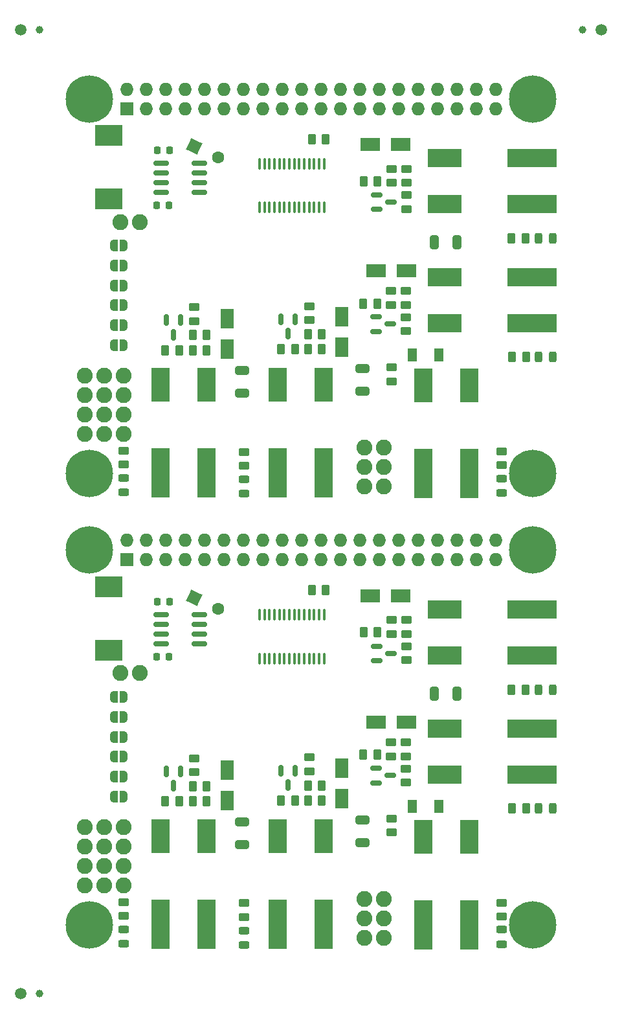
<source format=gts>
G04 #@! TF.GenerationSoftware,KiCad,Pcbnew,6.0.7+dfsg-1+b1*
G04 #@! TF.CreationDate,2022-09-08T22:48:16+01:00*
G04 #@! TF.ProjectId,panel,70616e65-6c2e-46b6-9963-61645f706362,rev?*
G04 #@! TF.SameCoordinates,Original*
G04 #@! TF.FileFunction,Soldermask,Top*
G04 #@! TF.FilePolarity,Negative*
%FSLAX46Y46*%
G04 Gerber Fmt 4.6, Leading zero omitted, Abs format (unit mm)*
G04 Created by KiCad (PCBNEW 6.0.7+dfsg-1+b1) date 2022-09-08 22:48:16*
%MOMM*%
%LPD*%
G01*
G04 APERTURE LIST*
G04 Aperture macros list*
%AMRoundRect*
0 Rectangle with rounded corners*
0 $1 Rounding radius*
0 $2 $3 $4 $5 $6 $7 $8 $9 X,Y pos of 4 corners*
0 Add a 4 corners polygon primitive as box body*
4,1,4,$2,$3,$4,$5,$6,$7,$8,$9,$2,$3,0*
0 Add four circle primitives for the rounded corners*
1,1,$1+$1,$2,$3*
1,1,$1+$1,$4,$5*
1,1,$1+$1,$6,$7*
1,1,$1+$1,$8,$9*
0 Add four rect primitives between the rounded corners*
20,1,$1+$1,$2,$3,$4,$5,0*
20,1,$1+$1,$4,$5,$6,$7,0*
20,1,$1+$1,$6,$7,$8,$9,0*
20,1,$1+$1,$8,$9,$2,$3,0*%
%AMRotRect*
0 Rectangle, with rotation*
0 The origin of the aperture is its center*
0 $1 length*
0 $2 width*
0 $3 Rotation angle, in degrees counterclockwise*
0 Add horizontal line*
21,1,$1,$2,0,0,$3*%
%AMFreePoly0*
4,1,22,0.500000,-0.750000,0.000000,-0.750000,0.000000,-0.745033,-0.079941,-0.743568,-0.215256,-0.701293,-0.333266,-0.622738,-0.424486,-0.514219,-0.481581,-0.384460,-0.499164,-0.250000,-0.500000,-0.250000,-0.500000,0.250000,-0.499164,0.250000,-0.499963,0.256109,-0.478152,0.396186,-0.417904,0.524511,-0.324060,0.630769,-0.204165,0.706417,-0.067858,0.745374,0.000000,0.744959,0.000000,0.750000,
0.500000,0.750000,0.500000,-0.750000,0.500000,-0.750000,$1*%
%AMFreePoly1*
4,1,20,0.000000,0.744959,0.073905,0.744508,0.209726,0.703889,0.328688,0.626782,0.421226,0.519385,0.479903,0.390333,0.500000,0.250000,0.500000,-0.250000,0.499851,-0.262216,0.476331,-0.402017,0.414519,-0.529596,0.319384,-0.634700,0.198574,-0.708877,0.061801,-0.746166,0.000000,-0.745033,0.000000,-0.750000,-0.500000,-0.750000,-0.500000,0.750000,0.000000,0.750000,0.000000,0.744959,
0.000000,0.744959,$1*%
G04 Aperture macros list end*
%ADD10RoundRect,0.250000X-0.262500X-0.450000X0.262500X-0.450000X0.262500X0.450000X-0.262500X0.450000X0*%
%ADD11C,1.500000*%
%ADD12R,2.500000X1.800000*%
%ADD13RoundRect,0.250000X0.262500X0.450000X-0.262500X0.450000X-0.262500X-0.450000X0.262500X-0.450000X0*%
%ADD14C,6.200000*%
%ADD15FreePoly0,0.000000*%
%ADD16FreePoly1,0.000000*%
%ADD17RoundRect,0.243750X0.243750X0.456250X-0.243750X0.456250X-0.243750X-0.456250X0.243750X-0.456250X0*%
%ADD18RoundRect,0.250000X0.450000X-0.262500X0.450000X0.262500X-0.450000X0.262500X-0.450000X-0.262500X0*%
%ADD19C,1.000000*%
%ADD20R,1.800000X2.500000*%
%ADD21RoundRect,0.243750X0.456250X-0.243750X0.456250X0.243750X-0.456250X0.243750X-0.456250X-0.243750X0*%
%ADD22C,2.082800*%
%ADD23R,2.387600X6.502400*%
%ADD24R,2.387600X4.495800*%
%ADD25R,3.600000X2.700000*%
%ADD26R,6.502400X2.387600*%
%ADD27R,4.495800X2.387600*%
%ADD28RoundRect,0.225000X-0.225000X-0.250000X0.225000X-0.250000X0.225000X0.250000X-0.225000X0.250000X0*%
%ADD29RoundRect,0.250000X-0.325000X-0.650000X0.325000X-0.650000X0.325000X0.650000X-0.325000X0.650000X0*%
%ADD30RoundRect,0.150000X-0.587500X-0.150000X0.587500X-0.150000X0.587500X0.150000X-0.587500X0.150000X0*%
%ADD31RoundRect,0.250000X-0.650000X0.325000X-0.650000X-0.325000X0.650000X-0.325000X0.650000X0.325000X0*%
%ADD32R,1.727200X1.727200*%
%ADD33O,1.727200X1.727200*%
%ADD34RoundRect,0.150000X-0.150000X0.587500X-0.150000X-0.587500X0.150000X-0.587500X0.150000X0.587500X0*%
%ADD35RoundRect,0.250000X-0.450000X0.262500X-0.450000X-0.262500X0.450000X-0.262500X0.450000X0.262500X0*%
%ADD36RoundRect,0.100000X0.100000X-0.637500X0.100000X0.637500X-0.100000X0.637500X-0.100000X-0.637500X0*%
%ADD37RoundRect,0.150000X-0.825000X-0.150000X0.825000X-0.150000X0.825000X0.150000X-0.825000X0.150000X0*%
%ADD38R,1.300000X1.700000*%
%ADD39RotRect,1.600000X1.600000X335.000000*%
%ADD40C,1.600000*%
G04 APERTURE END LIST*
D10*
X40037500Y-59350000D03*
X41862500Y-59350000D03*
D11*
X17500000Y-143500000D03*
D12*
X64000000Y-108000000D03*
X68000000Y-108000000D03*
D13*
X56912500Y-57250000D03*
X55087500Y-57250000D03*
X41862500Y-57350000D03*
X40037500Y-57350000D03*
D14*
X84500000Y-26500000D03*
D15*
X29700000Y-117700000D03*
D16*
X31000000Y-117700000D03*
D17*
X87137500Y-60250000D03*
X85262500Y-60250000D03*
D12*
X63250000Y-91450000D03*
X67250000Y-91450000D03*
D11*
X17500000Y-17500000D03*
X93500000Y-17500000D03*
D18*
X67900000Y-53437500D03*
X67900000Y-51612500D03*
X66000000Y-122412500D03*
X66000000Y-120587500D03*
D19*
X20000000Y-17500000D03*
D18*
X67900000Y-115862500D03*
X67900000Y-114037500D03*
D20*
X44500000Y-55250000D03*
X44500000Y-59250000D03*
D18*
X55250000Y-114412500D03*
X55250000Y-112587500D03*
D21*
X31000000Y-136937500D03*
X31000000Y-135062500D03*
D22*
X64999379Y-77206800D03*
X62459379Y-77206800D03*
X64999379Y-74666800D03*
X62459379Y-74666800D03*
X64999379Y-72126800D03*
X62459379Y-72126800D03*
D18*
X67900000Y-56862500D03*
X67900000Y-55037500D03*
D23*
X70199998Y-75443448D03*
X76200002Y-75443448D03*
D24*
X70199998Y-63943450D03*
X76200002Y-63943450D03*
D17*
X87137500Y-119250000D03*
X85262500Y-119250000D03*
D25*
X29000000Y-98550000D03*
X29000000Y-90250000D03*
D13*
X83612500Y-60250000D03*
X81787500Y-60250000D03*
D26*
X84443448Y-114800002D03*
X84443448Y-108799998D03*
D27*
X72943450Y-114800002D03*
X72943450Y-108799998D03*
D28*
X35325000Y-40400000D03*
X36875000Y-40400000D03*
D29*
X71625000Y-45250000D03*
X74575000Y-45250000D03*
D30*
X64062500Y-39050000D03*
X64062500Y-40950000D03*
X65937500Y-40000000D03*
D10*
X36424472Y-118345799D03*
X38249472Y-118345799D03*
D18*
X31000000Y-133312500D03*
X31000000Y-131487500D03*
D10*
X55087500Y-59250000D03*
X56912500Y-59250000D03*
D17*
X87087500Y-103750000D03*
X85212500Y-103750000D03*
D31*
X46500000Y-62025000D03*
X46500000Y-64975000D03*
D18*
X68000000Y-37462500D03*
X68000000Y-35637500D03*
D10*
X36424472Y-59345799D03*
X38249472Y-59345799D03*
D15*
X29700000Y-50900000D03*
D16*
X31000000Y-50900000D03*
D30*
X64012500Y-114000000D03*
X64012500Y-115900000D03*
X65887500Y-114950000D03*
D15*
X29700000Y-58700000D03*
D16*
X31000000Y-58700000D03*
D15*
X29700000Y-104700000D03*
D16*
X31000000Y-104700000D03*
D32*
X31370000Y-27770000D03*
D33*
X31370000Y-25230000D03*
X33910000Y-27770000D03*
X33910000Y-25230000D03*
X36450000Y-27770000D03*
X36450000Y-25230000D03*
X38990000Y-27770000D03*
X38990000Y-25230000D03*
X41530000Y-27770000D03*
X41530000Y-25230000D03*
X44070000Y-27770000D03*
X44070000Y-25230000D03*
X46610000Y-27770000D03*
X46610000Y-25230000D03*
X49150000Y-27770000D03*
X49150000Y-25230000D03*
X51690000Y-27770000D03*
X51690000Y-25230000D03*
X54230000Y-27770000D03*
X54230000Y-25230000D03*
X56770000Y-27770000D03*
X56770000Y-25230000D03*
X59310000Y-27770000D03*
X59310000Y-25230000D03*
X61850000Y-27770000D03*
X61850000Y-25230000D03*
X64390000Y-27770000D03*
X64390000Y-25230000D03*
X66930000Y-27770000D03*
X66930000Y-25230000D03*
X69470000Y-27770000D03*
X69470000Y-25230000D03*
X72010000Y-27770000D03*
X72010000Y-25230000D03*
X74550000Y-27770000D03*
X74550000Y-25230000D03*
X77090000Y-27770000D03*
X77090000Y-25230000D03*
X79630000Y-27770000D03*
X79630000Y-25230000D03*
D18*
X40225000Y-55537500D03*
X40225000Y-53712500D03*
D13*
X64137500Y-112250000D03*
X62312500Y-112250000D03*
D17*
X87087500Y-44750000D03*
X85212500Y-44750000D03*
D26*
X84443448Y-99250002D03*
X84443448Y-93249998D03*
D27*
X72943450Y-99250002D03*
X72943450Y-93249998D03*
D14*
X84500000Y-75500000D03*
D10*
X55087500Y-118250000D03*
X56912500Y-118250000D03*
D23*
X35799998Y-134393448D03*
X41800002Y-134393448D03*
D24*
X35799998Y-122893450D03*
X41800002Y-122893450D03*
D13*
X83612500Y-119250000D03*
X81787500Y-119250000D03*
D34*
X53450000Y-114312500D03*
X51550000Y-114312500D03*
X52500000Y-116187500D03*
D35*
X66025000Y-35637500D03*
X66025000Y-37462500D03*
D36*
X48750000Y-99687500D03*
X49400000Y-99687500D03*
X50050000Y-99687500D03*
X50700000Y-99687500D03*
X51350000Y-99687500D03*
X52000000Y-99687500D03*
X52650000Y-99687500D03*
X53300000Y-99687500D03*
X53950000Y-99687500D03*
X54600000Y-99687500D03*
X55250000Y-99687500D03*
X55900000Y-99687500D03*
X56550000Y-99687500D03*
X57200000Y-99687500D03*
X57200000Y-93962500D03*
X56550000Y-93962500D03*
X55900000Y-93962500D03*
X55250000Y-93962500D03*
X54600000Y-93962500D03*
X53950000Y-93962500D03*
X53300000Y-93962500D03*
X52650000Y-93962500D03*
X52000000Y-93962500D03*
X51350000Y-93962500D03*
X50700000Y-93962500D03*
X50050000Y-93962500D03*
X49400000Y-93962500D03*
X48750000Y-93962500D03*
D10*
X51587500Y-59250000D03*
X53412500Y-59250000D03*
D22*
X33140000Y-42590000D03*
X30600000Y-42590000D03*
D18*
X68000000Y-96462500D03*
X68000000Y-94637500D03*
D13*
X57412500Y-90750000D03*
X55587500Y-90750000D03*
D35*
X65925000Y-110612500D03*
X65925000Y-112437500D03*
D30*
X64012500Y-55000000D03*
X64012500Y-56900000D03*
X65887500Y-55950000D03*
D23*
X70199998Y-134443448D03*
X76200002Y-134443448D03*
D24*
X70199998Y-122943450D03*
X76200002Y-122943450D03*
D35*
X66025000Y-94637500D03*
X66025000Y-96462500D03*
D20*
X59500000Y-114000000D03*
X59500000Y-118000000D03*
D10*
X51587500Y-118250000D03*
X53412500Y-118250000D03*
D13*
X64212500Y-96250000D03*
X62387500Y-96250000D03*
D32*
X31370000Y-86770000D03*
D33*
X31370000Y-84230000D03*
X33910000Y-86770000D03*
X33910000Y-84230000D03*
X36450000Y-86770000D03*
X36450000Y-84230000D03*
X38990000Y-86770000D03*
X38990000Y-84230000D03*
X41530000Y-86770000D03*
X41530000Y-84230000D03*
X44070000Y-86770000D03*
X44070000Y-84230000D03*
X46610000Y-86770000D03*
X46610000Y-84230000D03*
X49150000Y-86770000D03*
X49150000Y-84230000D03*
X51690000Y-86770000D03*
X51690000Y-84230000D03*
X54230000Y-86770000D03*
X54230000Y-84230000D03*
X56770000Y-86770000D03*
X56770000Y-84230000D03*
X59310000Y-86770000D03*
X59310000Y-84230000D03*
X61850000Y-86770000D03*
X61850000Y-84230000D03*
X64390000Y-86770000D03*
X64390000Y-84230000D03*
X66930000Y-86770000D03*
X66930000Y-84230000D03*
X69470000Y-86770000D03*
X69470000Y-84230000D03*
X72010000Y-86770000D03*
X72010000Y-84230000D03*
X74550000Y-86770000D03*
X74550000Y-84230000D03*
X77090000Y-86770000D03*
X77090000Y-84230000D03*
X79630000Y-86770000D03*
X79630000Y-84230000D03*
D30*
X64062500Y-98050000D03*
X64062500Y-99950000D03*
X65937500Y-99000000D03*
D18*
X40225000Y-114537500D03*
X40225000Y-112712500D03*
D12*
X64000000Y-49000000D03*
X68000000Y-49000000D03*
D37*
X35925000Y-34895000D03*
X35925000Y-36165000D03*
X35925000Y-37435000D03*
X35925000Y-38705000D03*
X40875000Y-38705000D03*
X40875000Y-37435000D03*
X40875000Y-36165000D03*
X40875000Y-34895000D03*
D18*
X31000000Y-74312500D03*
X31000000Y-72487500D03*
D19*
X20000000Y-143500000D03*
D14*
X84500000Y-85500000D03*
X84500000Y-134500000D03*
D15*
X29700000Y-112500000D03*
D16*
X31000000Y-112500000D03*
D18*
X46750000Y-74462500D03*
X46750000Y-72637500D03*
D15*
X29700000Y-56100000D03*
D16*
X31000000Y-56100000D03*
D22*
X31020000Y-129290000D03*
X28480000Y-129290000D03*
X31020000Y-126750000D03*
X28480000Y-126750000D03*
X31020000Y-124210000D03*
X28480000Y-124210000D03*
X31020000Y-121670000D03*
X28480000Y-121670000D03*
D23*
X51124998Y-134393448D03*
X57125002Y-134393448D03*
D24*
X51124998Y-122893450D03*
X57125002Y-122893450D03*
D18*
X68000000Y-40887500D03*
X68000000Y-39062500D03*
D35*
X65925000Y-51612500D03*
X65925000Y-53437500D03*
D23*
X35799998Y-75393448D03*
X41800002Y-75393448D03*
D24*
X35799998Y-63893450D03*
X41800002Y-63893450D03*
D28*
X35425000Y-92200000D03*
X36975000Y-92200000D03*
D18*
X66000000Y-63412500D03*
X66000000Y-61587500D03*
D31*
X62250000Y-61775000D03*
X62250000Y-64725000D03*
D13*
X57412500Y-31750000D03*
X55587500Y-31750000D03*
D28*
X35325000Y-99400000D03*
X36875000Y-99400000D03*
D15*
X29700000Y-115100000D03*
D16*
X31000000Y-115100000D03*
D36*
X48750000Y-40687500D03*
X49400000Y-40687500D03*
X50050000Y-40687500D03*
X50700000Y-40687500D03*
X51350000Y-40687500D03*
X52000000Y-40687500D03*
X52650000Y-40687500D03*
X53300000Y-40687500D03*
X53950000Y-40687500D03*
X54600000Y-40687500D03*
X55250000Y-40687500D03*
X55900000Y-40687500D03*
X56550000Y-40687500D03*
X57200000Y-40687500D03*
X57200000Y-34962500D03*
X56550000Y-34962500D03*
X55900000Y-34962500D03*
X55250000Y-34962500D03*
X54600000Y-34962500D03*
X53950000Y-34962500D03*
X53300000Y-34962500D03*
X52650000Y-34962500D03*
X52000000Y-34962500D03*
X51350000Y-34962500D03*
X50700000Y-34962500D03*
X50050000Y-34962500D03*
X49400000Y-34962500D03*
X48750000Y-34962500D03*
D26*
X84443448Y-55800002D03*
X84443448Y-49799998D03*
D27*
X72943450Y-55800002D03*
X72943450Y-49799998D03*
D14*
X26500000Y-26500000D03*
D28*
X35425000Y-33200000D03*
X36975000Y-33200000D03*
D22*
X64999379Y-136206800D03*
X62459379Y-136206800D03*
X64999379Y-133666800D03*
X62459379Y-133666800D03*
X64999379Y-131126800D03*
X62459379Y-131126800D03*
D15*
X29700000Y-45700000D03*
D16*
X31000000Y-45700000D03*
D38*
X72250000Y-60000000D03*
X68750000Y-60000000D03*
D14*
X26500000Y-85500000D03*
D13*
X41862500Y-116350000D03*
X40037500Y-116350000D03*
D12*
X63250000Y-32450000D03*
X67250000Y-32450000D03*
D21*
X80400000Y-77991815D03*
X80400000Y-76116815D03*
X80400000Y-136991815D03*
X80400000Y-135116815D03*
D18*
X68000000Y-99887500D03*
X68000000Y-98062500D03*
D13*
X83562500Y-103750000D03*
X81737500Y-103750000D03*
D15*
X29700000Y-107300000D03*
D16*
X31000000Y-107300000D03*
D21*
X31000000Y-77937500D03*
X31000000Y-76062500D03*
D29*
X71625000Y-104250000D03*
X74575000Y-104250000D03*
D26*
X84443448Y-40250002D03*
X84443448Y-34249998D03*
D27*
X72943450Y-40250002D03*
X72943450Y-34249998D03*
D15*
X29700000Y-53500000D03*
D16*
X31000000Y-53500000D03*
D31*
X62250000Y-120775000D03*
X62250000Y-123725000D03*
D18*
X80400000Y-74412500D03*
X80400000Y-72587500D03*
D21*
X46750000Y-137087500D03*
X46750000Y-135212500D03*
D22*
X33140000Y-101590000D03*
X30600000Y-101590000D03*
D34*
X38475000Y-114437500D03*
X36575000Y-114437500D03*
X37525000Y-116312500D03*
D22*
X31020000Y-70290000D03*
X28480000Y-70290000D03*
X31020000Y-67750000D03*
X28480000Y-67750000D03*
X31020000Y-65210000D03*
X28480000Y-65210000D03*
X31020000Y-62670000D03*
X28480000Y-62670000D03*
D25*
X29000000Y-39550000D03*
X29000000Y-31250000D03*
D20*
X59500000Y-55000000D03*
X59500000Y-59000000D03*
D18*
X67900000Y-112437500D03*
X67900000Y-110612500D03*
D13*
X64137500Y-53250000D03*
X62312500Y-53250000D03*
X64212500Y-37250000D03*
X62387500Y-37250000D03*
D37*
X35925000Y-93895000D03*
X35925000Y-95165000D03*
X35925000Y-96435000D03*
X35925000Y-97705000D03*
X40875000Y-97705000D03*
X40875000Y-96435000D03*
X40875000Y-95165000D03*
X40875000Y-93895000D03*
D18*
X80400000Y-133412500D03*
X80400000Y-131587500D03*
D15*
X29700000Y-109900000D03*
D16*
X31000000Y-109900000D03*
D13*
X56912500Y-116250000D03*
X55087500Y-116250000D03*
D22*
X25920000Y-62670000D03*
X25920000Y-65210000D03*
X25920000Y-67750000D03*
X25920000Y-70290000D03*
D18*
X46750000Y-133462500D03*
X46750000Y-131637500D03*
D21*
X46750000Y-78087500D03*
X46750000Y-76212500D03*
D23*
X51124998Y-75393448D03*
X57125002Y-75393448D03*
D24*
X51124998Y-63893450D03*
X57125002Y-63893450D03*
D14*
X26500000Y-75500000D03*
D19*
X91000000Y-17500000D03*
D15*
X29700000Y-48300000D03*
D16*
X31000000Y-48300000D03*
D10*
X40037500Y-118350000D03*
X41862500Y-118350000D03*
D22*
X25920000Y-121670000D03*
X25920000Y-124210000D03*
X25920000Y-126750000D03*
X25920000Y-129290000D03*
D18*
X55250000Y-55412500D03*
X55250000Y-53587500D03*
D13*
X83562500Y-44750000D03*
X81737500Y-44750000D03*
D14*
X26500000Y-134500000D03*
D38*
X72250000Y-119000000D03*
X68750000Y-119000000D03*
D31*
X46500000Y-121025000D03*
X46500000Y-123975000D03*
D20*
X44500000Y-114250000D03*
X44500000Y-118250000D03*
D34*
X53450000Y-55312500D03*
X51550000Y-55312500D03*
X52500000Y-57187500D03*
X38475000Y-55437500D03*
X36575000Y-55437500D03*
X37525000Y-57312500D03*
D39*
X40200000Y-91700000D03*
D40*
X43372077Y-93179164D03*
D39*
X40200000Y-32700000D03*
D40*
X43372077Y-34179164D03*
M02*

</source>
